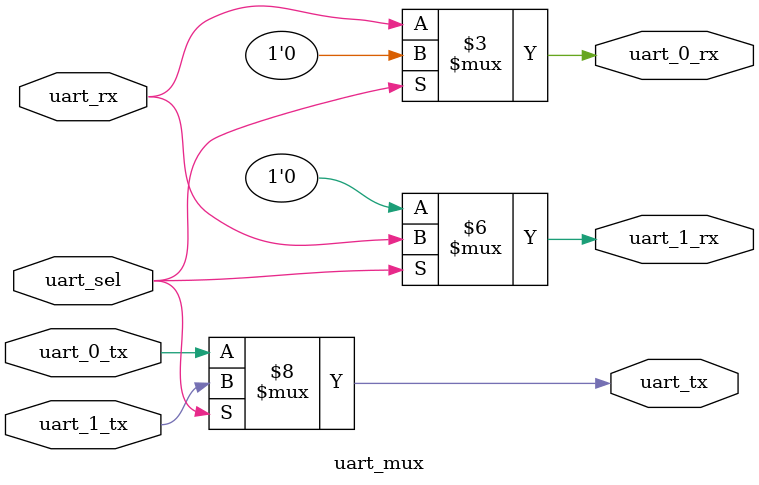
<source format=v>
module uart_mux
(
	input uart_sel,
	
	input uart_0_tx,
	input uart_1_tx,
	
	output uart_0_rx,
	output uart_1_rx,
	
	output uart_tx,
	input uart_rx
);

parameter MIRROR_UART_RX = 0;

parameter C_FAMILY = "virtex6";

assign uart_0_rx = ((MIRROR_UART_RX == 1) || (uart_sel == 0)) ? uart_rx : 1'b0;
assign uart_1_rx = ((MIRROR_UART_RX == 1) || (uart_sel == 1)) ? uart_rx : 1'b0;

assign uart_tx = (uart_sel == 0) ? uart_0_tx : uart_1_tx;

endmodule

</source>
